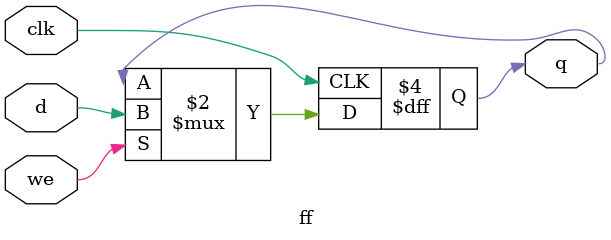
<source format=v>
module ff(output reg q, input d, clk, we);

    always @(posedge clk) begin
        if (we)
            q <= d; // Actualizar el valor de `z` cuando `we` está habilitado
    end

endmodule

</source>
